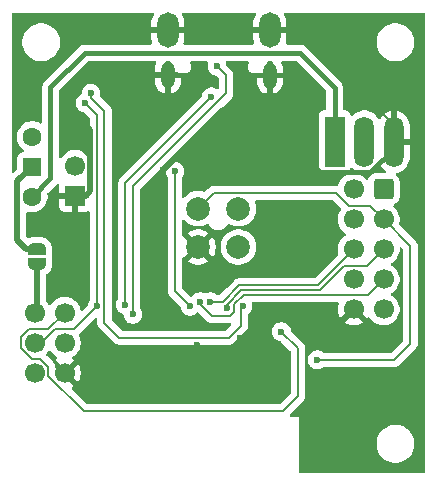
<source format=gbr>
%TF.GenerationSoftware,KiCad,Pcbnew,9.0.1*%
%TF.CreationDate,2025-05-28T08:33:00+02:00*%
%TF.ProjectId,tv25-cpu-small,74763235-2d63-4707-952d-736d616c6c2e,rev?*%
%TF.SameCoordinates,Original*%
%TF.FileFunction,Copper,L2,Bot*%
%TF.FilePolarity,Positive*%
%FSLAX46Y46*%
G04 Gerber Fmt 4.6, Leading zero omitted, Abs format (unit mm)*
G04 Created by KiCad (PCBNEW 9.0.1) date 2025-05-28 08:33:00*
%MOMM*%
%LPD*%
G01*
G04 APERTURE LIST*
G04 Aperture macros list*
%AMRoundRect*
0 Rectangle with rounded corners*
0 $1 Rounding radius*
0 $2 $3 $4 $5 $6 $7 $8 $9 X,Y pos of 4 corners*
0 Add a 4 corners polygon primitive as box body*
4,1,4,$2,$3,$4,$5,$6,$7,$8,$9,$2,$3,0*
0 Add four circle primitives for the rounded corners*
1,1,$1+$1,$2,$3*
1,1,$1+$1,$4,$5*
1,1,$1+$1,$6,$7*
1,1,$1+$1,$8,$9*
0 Add four rect primitives between the rounded corners*
20,1,$1+$1,$2,$3,$4,$5,0*
20,1,$1+$1,$4,$5,$6,$7,0*
20,1,$1+$1,$6,$7,$8,$9,0*
20,1,$1+$1,$8,$9,$2,$3,0*%
%AMFreePoly0*
4,1,23,0.500000,-0.750000,0.000000,-0.750000,0.000000,-0.745722,-0.065263,-0.745722,-0.191342,-0.711940,-0.304381,-0.646677,-0.396677,-0.554381,-0.461940,-0.441342,-0.495722,-0.315263,-0.495722,-0.250000,-0.500000,-0.250000,-0.500000,0.250000,-0.495722,0.250000,-0.495722,0.315263,-0.461940,0.441342,-0.396677,0.554381,-0.304381,0.646677,-0.191342,0.711940,-0.065263,0.745722,0.000000,0.745722,
0.000000,0.750000,0.500000,0.750000,0.500000,-0.750000,0.500000,-0.750000,$1*%
%AMFreePoly1*
4,1,23,0.000000,0.745722,0.065263,0.745722,0.191342,0.711940,0.304381,0.646677,0.396677,0.554381,0.461940,0.441342,0.495722,0.315263,0.495722,0.250000,0.500000,0.250000,0.500000,-0.250000,0.495722,-0.250000,0.495722,-0.315263,0.461940,-0.441342,0.396677,-0.554381,0.304381,-0.646677,0.191342,-0.711940,0.065263,-0.745722,0.000000,-0.745722,0.000000,-0.750000,-0.500000,-0.750000,
-0.500000,0.750000,0.000000,0.750000,0.000000,0.745722,0.000000,0.745722,$1*%
G04 Aperture macros list end*
%TA.AperFunction,ComponentPad*%
%ADD10C,2.000000*%
%TD*%
%TA.AperFunction,ComponentPad*%
%ADD11C,1.700000*%
%TD*%
%TA.AperFunction,ComponentPad*%
%ADD12O,1.200000X2.200000*%
%TD*%
%TA.AperFunction,ComponentPad*%
%ADD13O,1.800000X3.000000*%
%TD*%
%TA.AperFunction,ComponentPad*%
%ADD14R,1.700000X4.300000*%
%TD*%
%TA.AperFunction,ComponentPad*%
%ADD15O,1.660000X4.300000*%
%TD*%
%TA.AperFunction,ComponentPad*%
%ADD16O,1.620000X4.300000*%
%TD*%
%TA.AperFunction,SMDPad,CuDef*%
%ADD17FreePoly0,270.000000*%
%TD*%
%TA.AperFunction,SMDPad,CuDef*%
%ADD18FreePoly1,270.000000*%
%TD*%
%TA.AperFunction,ComponentPad*%
%ADD19R,1.700000X1.700000*%
%TD*%
%TA.AperFunction,ComponentPad*%
%ADD20R,1.500000X1.500000*%
%TD*%
%TA.AperFunction,ComponentPad*%
%ADD21C,1.600000*%
%TD*%
%TA.AperFunction,ComponentPad*%
%ADD22RoundRect,0.250000X0.600000X0.600000X-0.600000X0.600000X-0.600000X-0.600000X0.600000X-0.600000X0*%
%TD*%
%TA.AperFunction,ViaPad*%
%ADD23C,0.600000*%
%TD*%
%TA.AperFunction,Conductor*%
%ADD24C,0.200000*%
%TD*%
%TA.AperFunction,Conductor*%
%ADD25C,0.400000*%
%TD*%
%TA.AperFunction,Conductor*%
%ADD26C,0.500000*%
%TD*%
G04 APERTURE END LIST*
D10*
%TO.P,SW4,*%
%TO.N,*%
X129700000Y-149090000D03*
X129700000Y-152340000D03*
%TO.P,SW4,1,1*%
%TO.N,/strap2*%
X126300000Y-149090000D03*
%TO.P,SW4,2,2*%
%TO.N,GND*%
X126300000Y-152340000D03*
%TD*%
D11*
%TO.P,J3,1,Pin_1*%
%TO.N,+3V3*%
X112460000Y-157920000D03*
%TO.P,J3,2,Pin_2*%
%TO.N,/en*%
X115000000Y-157920000D03*
%TO.P,J3,3,Pin_3*%
%TO.N,/scl{slash}flash*%
X112460000Y-160460000D03*
%TO.P,J3,4,Pin_4*%
%TO.N,/rx*%
X115000000Y-160460000D03*
%TO.P,J3,5,Pin_5*%
%TO.N,/tx*%
X112460000Y-163000000D03*
%TO.P,J3,6,Pin_6*%
%TO.N,GND*%
X115000000Y-163000000D03*
%TD*%
D12*
%TO.P,J4,S1,SHIELD*%
%TO.N,GND*%
X132370000Y-137825000D03*
D13*
X132370000Y-134000000D03*
D12*
X123730000Y-137800000D03*
D13*
X123730000Y-134000000D03*
%TD*%
D14*
%TO.P,J11,1,Pin_1*%
%TO.N,+3V8*%
X137843000Y-143427500D03*
D15*
%TO.P,J11,2,Pin_2*%
%TO.N,/pixout*%
X140363000Y-143427500D03*
D16*
%TO.P,J11,3,Pin_3*%
%TO.N,GND*%
X142883000Y-143427500D03*
%TD*%
D17*
%TO.P,JP1,1,A*%
%TO.N,+BATT*%
X112649000Y-152512000D03*
D18*
%TO.P,JP1,2,B*%
%TO.N,+3V3*%
X112649000Y-153812000D03*
%TD*%
D19*
%TO.P,J1,1,Pin_1*%
%TO.N,GND*%
X115865000Y-148025000D03*
D11*
%TO.P,J1,2,Pin_2*%
%TO.N,+BATT*%
X115865000Y-145485000D03*
%TD*%
D20*
%TO.P,SW3,1,A*%
%TO.N,+BATT*%
X112250000Y-145540000D03*
D21*
%TO.P,SW3,2,B*%
%TO.N,+3V8*%
X112250000Y-148080000D03*
%TO.P,SW3,3,C*%
%TO.N,unconnected-(SW3-C-Pad3)*%
X112250000Y-143000000D03*
%TD*%
D22*
%TO.P,J2,1,Pin_1*%
%TO.N,+3V3*%
X142000000Y-147460000D03*
D11*
%TO.P,J2,2,Pin_2*%
%TO.N,/pixout*%
X139460000Y-147460000D03*
%TO.P,J2,3,Pin_3*%
%TO.N,/strap2*%
X142000000Y-150000000D03*
%TO.P,J2,4,Pin_4*%
%TO.N,Net-(J2-Pin_4)*%
X139460000Y-150000000D03*
%TO.P,J2,5,Pin_5*%
%TO.N,Net-(J2-Pin_5)*%
X142000000Y-152540000D03*
%TO.P,J2,6,Pin_6*%
%TO.N,Net-(J2-Pin_6)*%
X139460000Y-152540000D03*
%TO.P,J2,7,Pin_7*%
%TO.N,Net-(J2-Pin_7)*%
X142000000Y-155080000D03*
%TO.P,J2,8,Pin_8*%
%TO.N,/gpio_8*%
X139460000Y-155080000D03*
%TO.P,J2,9,Pin_9*%
%TO.N,unconnected-(J2-Pin_9-Pad9)*%
X142000000Y-157620000D03*
%TO.P,J2,10,Pin_10*%
%TO.N,GND*%
X139460000Y-157620000D03*
%TD*%
D23*
%TO.N,GND*%
X123317000Y-145796000D03*
X136144000Y-148590000D03*
X122697120Y-153177120D03*
X129800000Y-161417000D03*
X127127000Y-163703000D03*
X125222000Y-161798000D03*
X126225000Y-160655000D03*
X128200000Y-161671000D03*
X129800000Y-160020000D03*
X126225000Y-162560000D03*
X128200000Y-162687000D03*
X129800000Y-162814000D03*
X126111000Y-159004000D03*
X121666000Y-156337000D03*
%TO.N,/en*%
X133350000Y-159512000D03*
%TO.N,/pix*%
X124333000Y-145923000D03*
X125603000Y-157353000D03*
%TO.N,Net-(J2-Pin_5)*%
X128701404Y-157546316D03*
%TO.N,Net-(J2-Pin_7)*%
X126492000Y-156972000D03*
%TO.N,/strap2*%
X136398000Y-161900000D03*
%TO.N,Net-(J2-Pin_6)*%
X127336923Y-156972000D03*
%TO.N,/scl{slash}flash*%
X116713000Y-140150000D03*
X117729000Y-157353000D03*
%TO.N,/usb-*%
X120777000Y-158050000D03*
X127889000Y-137033000D03*
%TO.N,/usb+*%
X120127000Y-157226000D03*
X127414260Y-139636500D03*
%TO.N,/sda*%
X130063120Y-157368120D03*
X117221000Y-139319000D03*
%TD*%
D24*
%TO.N,/scl{slash}flash*%
X117729000Y-141166000D02*
X117729000Y-157353000D01*
X114176686Y-159309000D02*
X115773000Y-159309000D01*
X113025686Y-160460000D02*
X114176686Y-159309000D01*
X115773000Y-159309000D02*
X117729000Y-157353000D01*
X116713000Y-140150000D02*
X117729000Y-141166000D01*
X112460000Y-160460000D02*
X113025686Y-160460000D01*
D25*
%TO.N,GND*%
X132370000Y-137825000D02*
X132370000Y-140716000D01*
D26*
X128397000Y-140716000D02*
X132370000Y-140716000D01*
X123317000Y-145796000D02*
X128397000Y-140716000D01*
X115865000Y-148025000D02*
X116770000Y-148025000D01*
X116835000Y-137800000D02*
X123730000Y-137800000D01*
X116770000Y-148025000D02*
X117166000Y-147629000D01*
X117166000Y-147629000D02*
X117166000Y-142439000D01*
X117166000Y-142439000D02*
X115316000Y-140589000D01*
X115316000Y-140589000D02*
X115316000Y-139319000D01*
X115316000Y-139319000D02*
X116835000Y-137800000D01*
D24*
%TO.N,/sda*%
X117221000Y-139319000D02*
X117221000Y-139700000D01*
X119634000Y-160020000D02*
X128905000Y-160020000D01*
X117221000Y-139700000D02*
X118364000Y-140843000D01*
X118364000Y-140843000D02*
X118364000Y-158750000D01*
X118364000Y-158750000D02*
X119634000Y-160020000D01*
X129921000Y-157510240D02*
X130063120Y-157368120D01*
X128905000Y-160020000D02*
X129921000Y-159004000D01*
X129921000Y-159004000D02*
X129921000Y-157510240D01*
%TO.N,/usb+*%
X120127000Y-146923760D02*
X120127000Y-157226000D01*
X127414260Y-139636500D02*
X120127000Y-146923760D01*
%TO.N,Net-(J2-Pin_7)*%
X142000000Y-155080000D02*
X140705000Y-156375000D01*
X140705000Y-156375000D02*
X130159885Y-156375000D01*
X130159885Y-156375000D02*
X129351404Y-157183481D01*
X129351404Y-157183481D02*
X129351404Y-157815555D01*
X129351404Y-157815555D02*
X128970643Y-158196316D01*
X128970643Y-158196316D02*
X127476401Y-158196316D01*
X127476401Y-158196316D02*
X126492000Y-157211915D01*
X126492000Y-157211915D02*
X126492000Y-156972000D01*
%TO.N,Net-(J2-Pin_6)*%
X129794000Y-155575000D02*
X128397000Y-156972000D01*
%TO.N,Net-(J2-Pin_5)*%
X136590685Y-155975000D02*
X129959686Y-155975000D01*
X138636686Y-153929000D02*
X136590685Y-155975000D01*
%TO.N,Net-(J2-Pin_6)*%
X139460000Y-152540000D02*
X136425000Y-155575000D01*
X128397000Y-156972000D02*
X127336923Y-156972000D01*
%TO.N,Net-(J2-Pin_5)*%
X142000000Y-152540000D02*
X140611000Y-153929000D01*
X129959686Y-155975000D02*
X128701404Y-157233282D01*
X128701404Y-157233282D02*
X128701404Y-157546316D01*
%TO.N,Net-(J2-Pin_6)*%
X136425000Y-155575000D02*
X129794000Y-155575000D01*
%TO.N,Net-(J2-Pin_5)*%
X140611000Y-153929000D02*
X138636686Y-153929000D01*
D25*
%TO.N,GND*%
X132370000Y-140716000D02*
X132370000Y-141756500D01*
X142923000Y-143928397D02*
X142923000Y-142127500D01*
X132370000Y-141756500D02*
X136592000Y-145978500D01*
X136592000Y-145978500D02*
X140872897Y-145978500D01*
X140872897Y-145978500D02*
X142923000Y-143928397D01*
D24*
X123730000Y-134000000D02*
X132370000Y-134000000D01*
X132370000Y-134000000D02*
X134795500Y-134000000D01*
X134795500Y-134000000D02*
X142923000Y-142127500D01*
D25*
%TO.N,+3V8*%
X137843000Y-142127500D02*
X137843000Y-138859000D01*
X113792000Y-138811000D02*
X113792000Y-146538000D01*
X137843000Y-138859000D02*
X134885000Y-135901000D01*
X116702000Y-135901000D02*
X113792000Y-138811000D01*
X134885000Y-135901000D02*
X116702000Y-135901000D01*
X113792000Y-146538000D02*
X112250000Y-148080000D01*
D26*
%TO.N,+3V3*%
X112649000Y-153812000D02*
X112649000Y-157731000D01*
X112649000Y-157731000D02*
X112460000Y-157920000D01*
%TO.N,+BATT*%
X112649000Y-152512000D02*
X111745000Y-152512000D01*
X111745000Y-152512000D02*
X110999000Y-151766000D01*
X110999000Y-151766000D02*
X110999000Y-146791000D01*
X110999000Y-146791000D02*
X112250000Y-145540000D01*
D24*
%TO.N,GND*%
X124333000Y-159004000D02*
X126111000Y-159004000D01*
X121666000Y-156337000D02*
X124079000Y-158750000D01*
X124079000Y-158750000D02*
X124333000Y-159004000D01*
%TO.N,/en*%
X116615240Y-166243000D02*
X133477000Y-166243000D01*
X134747000Y-160909000D02*
X133350000Y-159512000D01*
X112221240Y-161849000D02*
X112936760Y-161849000D01*
X111983240Y-159309000D02*
X111309000Y-159983240D01*
X111309000Y-160936760D02*
X112221240Y-161849000D01*
X115000000Y-157920000D02*
X113611000Y-159309000D01*
X113611000Y-162523240D02*
X113611000Y-163238760D01*
X112936760Y-161849000D02*
X113611000Y-162523240D01*
X133477000Y-166243000D02*
X134747000Y-164973000D01*
X113611000Y-163238760D02*
X116615240Y-166243000D01*
X113611000Y-159309000D02*
X111983240Y-159309000D01*
X111309000Y-159983240D02*
X111309000Y-160936760D01*
X134747000Y-164973000D02*
X134747000Y-160909000D01*
%TO.N,/pix*%
X124333000Y-145923000D02*
X124333000Y-156083000D01*
X124333000Y-156083000D02*
X125603000Y-157353000D01*
%TO.N,/strap2*%
X126300000Y-149090000D02*
X127601000Y-147789000D01*
X142875000Y-161925000D02*
X138638328Y-161925000D01*
X138010000Y-147789000D02*
X139070000Y-148849000D01*
X144272000Y-160528000D02*
X142875000Y-161925000D01*
X127601000Y-147789000D02*
X138010000Y-147789000D01*
X138638328Y-161925000D02*
X138613328Y-161900000D01*
X139070000Y-148849000D02*
X140849000Y-148849000D01*
X138613328Y-161900000D02*
X136398000Y-161900000D01*
X144272000Y-152272000D02*
X144272000Y-160528000D01*
X142000000Y-150000000D02*
X144272000Y-152272000D01*
X140849000Y-148849000D02*
X142000000Y-150000000D01*
%TO.N,/usb-*%
X128651000Y-137795000D02*
X128651000Y-139319000D01*
X127889000Y-137033000D02*
X128651000Y-137795000D01*
X128651000Y-139319000D02*
X120777000Y-147193000D01*
X120777000Y-147193000D02*
X120777000Y-158050000D01*
%TD*%
%TA.AperFunction,Conductor*%
%TO.N,GND*%
G36*
X145442539Y-132520185D02*
G01*
X145488294Y-132572989D01*
X145499500Y-132624500D01*
X145499500Y-171375500D01*
X145479815Y-171442539D01*
X145427011Y-171488294D01*
X145375500Y-171499500D01*
X134924000Y-171499500D01*
X134856961Y-171479815D01*
X134811206Y-171427011D01*
X134800000Y-171375500D01*
X134800000Y-168874038D01*
X141399500Y-168874038D01*
X141399500Y-169125961D01*
X141438910Y-169374785D01*
X141516760Y-169614383D01*
X141631132Y-169838848D01*
X141779201Y-170042649D01*
X141779205Y-170042654D01*
X141957345Y-170220794D01*
X141957350Y-170220798D01*
X142135117Y-170349952D01*
X142161155Y-170368870D01*
X142304184Y-170441747D01*
X142385616Y-170483239D01*
X142385618Y-170483239D01*
X142385621Y-170483241D01*
X142625215Y-170561090D01*
X142874038Y-170600500D01*
X142874039Y-170600500D01*
X143125961Y-170600500D01*
X143125962Y-170600500D01*
X143374785Y-170561090D01*
X143614379Y-170483241D01*
X143838845Y-170368870D01*
X144042656Y-170220793D01*
X144220793Y-170042656D01*
X144368870Y-169838845D01*
X144483241Y-169614379D01*
X144561090Y-169374785D01*
X144600500Y-169125962D01*
X144600500Y-168874038D01*
X144561090Y-168625215D01*
X144483241Y-168385621D01*
X144483239Y-168385618D01*
X144483239Y-168385616D01*
X144441747Y-168304184D01*
X144368870Y-168161155D01*
X144349952Y-168135117D01*
X144220798Y-167957350D01*
X144220794Y-167957345D01*
X144042654Y-167779205D01*
X144042649Y-167779201D01*
X143838848Y-167631132D01*
X143838847Y-167631131D01*
X143838845Y-167631130D01*
X143768747Y-167595413D01*
X143614383Y-167516760D01*
X143374785Y-167438910D01*
X143125962Y-167399500D01*
X142874038Y-167399500D01*
X142749626Y-167419205D01*
X142625214Y-167438910D01*
X142385616Y-167516760D01*
X142161151Y-167631132D01*
X141957350Y-167779201D01*
X141957345Y-167779205D01*
X141779205Y-167957345D01*
X141779201Y-167957350D01*
X141631132Y-168161151D01*
X141516760Y-168385616D01*
X141438910Y-168625214D01*
X141399500Y-168874038D01*
X134800000Y-168874038D01*
X134800000Y-166700000D01*
X134168596Y-166700000D01*
X134101557Y-166680315D01*
X134055802Y-166627511D01*
X134045858Y-166558353D01*
X134074883Y-166494797D01*
X134080915Y-166488319D01*
X135115713Y-165453521D01*
X135115716Y-165453520D01*
X135227520Y-165341716D01*
X135277639Y-165254904D01*
X135306577Y-165204785D01*
X135347500Y-165052058D01*
X135347500Y-164893943D01*
X135347500Y-160829943D01*
X135306577Y-160677216D01*
X135273833Y-160620501D01*
X135227524Y-160540290D01*
X135227521Y-160540286D01*
X135227520Y-160540284D01*
X135115716Y-160428480D01*
X135115715Y-160428479D01*
X135111385Y-160424149D01*
X135111374Y-160424139D01*
X134184574Y-159497339D01*
X134151089Y-159436016D01*
X134150638Y-159433849D01*
X134119738Y-159278510D01*
X134119737Y-159278503D01*
X134119735Y-159278498D01*
X134059397Y-159132827D01*
X134059390Y-159132814D01*
X133971789Y-159001711D01*
X133971786Y-159001707D01*
X133860292Y-158890213D01*
X133860288Y-158890210D01*
X133729185Y-158802609D01*
X133729175Y-158802604D01*
X133729100Y-158802573D01*
X133729099Y-158802572D01*
X133729098Y-158802572D01*
X133583501Y-158742264D01*
X133583489Y-158742261D01*
X133428845Y-158711500D01*
X133428842Y-158711500D01*
X133271158Y-158711500D01*
X133271155Y-158711500D01*
X133116510Y-158742261D01*
X133116498Y-158742264D01*
X132970827Y-158802602D01*
X132970814Y-158802609D01*
X132839711Y-158890210D01*
X132839707Y-158890213D01*
X132728213Y-159001707D01*
X132728210Y-159001711D01*
X132640609Y-159132814D01*
X132640602Y-159132827D01*
X132580264Y-159278498D01*
X132580261Y-159278510D01*
X132549500Y-159433153D01*
X132549500Y-159590846D01*
X132580261Y-159745489D01*
X132580264Y-159745501D01*
X132640602Y-159891172D01*
X132640609Y-159891185D01*
X132728210Y-160022288D01*
X132728213Y-160022292D01*
X132839707Y-160133786D01*
X132839711Y-160133789D01*
X132970814Y-160221390D01*
X132970827Y-160221397D01*
X133110535Y-160279265D01*
X133116503Y-160281737D01*
X133181147Y-160294595D01*
X133271849Y-160312638D01*
X133333760Y-160345023D01*
X133335339Y-160346574D01*
X134110181Y-161121416D01*
X134143666Y-161182739D01*
X134146500Y-161209097D01*
X134146500Y-164672903D01*
X134126815Y-164739942D01*
X134110181Y-164760584D01*
X133264584Y-165606181D01*
X133203261Y-165639666D01*
X133176903Y-165642500D01*
X116915337Y-165642500D01*
X116848298Y-165622815D01*
X116827656Y-165606181D01*
X115608660Y-164387185D01*
X115575175Y-164325862D01*
X115580159Y-164256170D01*
X115622031Y-164200237D01*
X115640047Y-164189019D01*
X115707552Y-164154624D01*
X115761716Y-164115270D01*
X115761717Y-164115270D01*
X114941300Y-163294854D01*
X114960504Y-163300000D01*
X115039496Y-163300000D01*
X115115796Y-163279556D01*
X115184205Y-163240060D01*
X115240060Y-163184205D01*
X115279556Y-163115796D01*
X115300000Y-163039496D01*
X115300000Y-162999999D01*
X115353554Y-162999999D01*
X115353554Y-163000001D01*
X116115270Y-163761717D01*
X116115270Y-163761716D01*
X116154622Y-163707554D01*
X116251095Y-163518217D01*
X116316757Y-163316130D01*
X116316757Y-163316127D01*
X116350000Y-163106246D01*
X116350000Y-162893753D01*
X116316757Y-162683872D01*
X116316757Y-162683869D01*
X116251095Y-162481782D01*
X116154624Y-162292449D01*
X116115270Y-162238282D01*
X116115269Y-162238282D01*
X115353554Y-162999999D01*
X115300000Y-162999999D01*
X115300000Y-162960504D01*
X115279556Y-162884204D01*
X115240060Y-162815795D01*
X115184205Y-162759940D01*
X115115796Y-162720444D01*
X115039496Y-162700000D01*
X114960504Y-162700000D01*
X114884204Y-162720444D01*
X114815795Y-162759940D01*
X114759940Y-162815795D01*
X114720444Y-162884204D01*
X114700000Y-162960504D01*
X114700000Y-163039496D01*
X114705145Y-163058699D01*
X114247819Y-162601373D01*
X114214334Y-162540050D01*
X114211500Y-162513692D01*
X114211500Y-162444185D01*
X114211500Y-162444183D01*
X114170577Y-162291456D01*
X114139877Y-162238282D01*
X114091524Y-162154530D01*
X114091521Y-162154526D01*
X114091520Y-162154524D01*
X113979716Y-162042720D01*
X113979715Y-162042719D01*
X113975385Y-162038389D01*
X113975374Y-162038379D01*
X113471126Y-161534131D01*
X113437641Y-161472808D01*
X113442625Y-161403116D01*
X113471126Y-161358769D01*
X113490104Y-161339792D01*
X113490106Y-161339788D01*
X113490109Y-161339786D01*
X113615048Y-161167820D01*
X113615047Y-161167820D01*
X113615051Y-161167816D01*
X113619514Y-161159054D01*
X113667488Y-161108259D01*
X113735308Y-161091463D01*
X113801444Y-161113999D01*
X113840486Y-161159056D01*
X113844951Y-161167820D01*
X113969890Y-161339786D01*
X114120213Y-161490109D01*
X114292179Y-161615048D01*
X114292181Y-161615049D01*
X114292184Y-161615051D01*
X114301493Y-161619794D01*
X114352290Y-161667766D01*
X114369087Y-161735587D01*
X114346552Y-161801722D01*
X114301505Y-161840760D01*
X114292446Y-161845376D01*
X114292440Y-161845380D01*
X114238282Y-161884727D01*
X114238282Y-161884728D01*
X115000000Y-162646446D01*
X115000001Y-162646446D01*
X115761716Y-161884728D01*
X115707547Y-161845373D01*
X115707547Y-161845372D01*
X115698500Y-161840763D01*
X115647706Y-161792788D01*
X115630912Y-161724966D01*
X115653451Y-161658832D01*
X115698508Y-161619793D01*
X115707816Y-161615051D01*
X115819194Y-161534131D01*
X115879786Y-161490109D01*
X115879788Y-161490106D01*
X115879792Y-161490104D01*
X116030104Y-161339792D01*
X116030106Y-161339788D01*
X116030109Y-161339786D01*
X116155048Y-161167820D01*
X116155047Y-161167820D01*
X116155051Y-161167816D01*
X116251557Y-160978412D01*
X116317246Y-160776243D01*
X116350500Y-160566287D01*
X116350500Y-160353713D01*
X116317246Y-160143757D01*
X116251557Y-159941588D01*
X116204051Y-159848353D01*
X116199490Y-159824064D01*
X116190853Y-159800909D01*
X116193154Y-159790327D01*
X116191156Y-159779686D01*
X116200449Y-159756787D01*
X116205703Y-159732636D01*
X116215639Y-159719362D01*
X116217432Y-159714946D01*
X116226838Y-159704396D01*
X116253520Y-159677716D01*
X116253521Y-159677713D01*
X117551820Y-158379413D01*
X117613142Y-158345930D01*
X117682834Y-158350914D01*
X117738767Y-158392786D01*
X117763184Y-158458250D01*
X117763500Y-158467096D01*
X117763500Y-158663330D01*
X117763499Y-158663348D01*
X117763499Y-158829054D01*
X117763498Y-158829054D01*
X117804423Y-158981786D01*
X117818820Y-159006720D01*
X117818821Y-159006725D01*
X117818823Y-159006725D01*
X117883479Y-159118714D01*
X117883481Y-159118717D01*
X118002349Y-159237585D01*
X118002355Y-159237590D01*
X119149139Y-160384374D01*
X119149149Y-160384385D01*
X119153479Y-160388715D01*
X119153480Y-160388716D01*
X119265284Y-160500520D01*
X119265286Y-160500521D01*
X119265290Y-160500524D01*
X119332028Y-160539055D01*
X119332032Y-160539056D01*
X119332033Y-160539057D01*
X119367124Y-160559317D01*
X119402212Y-160579576D01*
X119402214Y-160579576D01*
X119402215Y-160579577D01*
X119554942Y-160620500D01*
X119554943Y-160620500D01*
X128818331Y-160620500D01*
X128818347Y-160620501D01*
X128825943Y-160620501D01*
X128984054Y-160620501D01*
X128984057Y-160620501D01*
X129136785Y-160579577D01*
X129206967Y-160539057D01*
X129206971Y-160539055D01*
X129273709Y-160500524D01*
X129273708Y-160500524D01*
X129273716Y-160500520D01*
X129385520Y-160388716D01*
X129385520Y-160388714D01*
X129395724Y-160378511D01*
X129395728Y-160378506D01*
X130279506Y-159494728D01*
X130279511Y-159494724D01*
X130289714Y-159484520D01*
X130289716Y-159484520D01*
X130401520Y-159372716D01*
X130479719Y-159237269D01*
X130479738Y-159237251D01*
X130479732Y-159237248D01*
X130480576Y-159235786D01*
X130480577Y-159235785D01*
X130521501Y-159083057D01*
X130521501Y-158924943D01*
X130521501Y-158917348D01*
X130521500Y-158917330D01*
X130521500Y-158090872D01*
X130541185Y-158023833D01*
X130569622Y-157994887D01*
X130568705Y-157993769D01*
X130573403Y-157989912D01*
X130573409Y-157989909D01*
X130684909Y-157878409D01*
X130772514Y-157747299D01*
X130777075Y-157736289D01*
X130831379Y-157605185D01*
X130832857Y-157601617D01*
X130863620Y-157446962D01*
X130863620Y-157289278D01*
X130863620Y-157289275D01*
X130863619Y-157289273D01*
X130831669Y-157128648D01*
X130833059Y-157128371D01*
X130832496Y-157065635D01*
X130869741Y-157006520D01*
X130933033Y-156976926D01*
X130951782Y-156975500D01*
X138079265Y-156975500D01*
X138146304Y-156995185D01*
X138192059Y-157047989D01*
X138202003Y-157117147D01*
X138197196Y-157137818D01*
X138143242Y-157303869D01*
X138143242Y-157303872D01*
X138110000Y-157513753D01*
X138110000Y-157726246D01*
X138143242Y-157936127D01*
X138143242Y-157936130D01*
X138208904Y-158138217D01*
X138305375Y-158327550D01*
X138344728Y-158381716D01*
X138977036Y-157749407D01*
X138994075Y-157812993D01*
X139059901Y-157927007D01*
X139152993Y-158020099D01*
X139267007Y-158085925D01*
X139330590Y-158102962D01*
X138698282Y-158735269D01*
X138698282Y-158735270D01*
X138752449Y-158774624D01*
X138941782Y-158871095D01*
X139143870Y-158936757D01*
X139353754Y-158970000D01*
X139566246Y-158970000D01*
X139776127Y-158936757D01*
X139776130Y-158936757D01*
X139978217Y-158871095D01*
X140167554Y-158774622D01*
X140221716Y-158735270D01*
X140221717Y-158735270D01*
X139589408Y-158102962D01*
X139652993Y-158085925D01*
X139767007Y-158020099D01*
X139860099Y-157927007D01*
X139925925Y-157812993D01*
X139942962Y-157749409D01*
X140575270Y-158381717D01*
X140575270Y-158381716D01*
X140614622Y-158327555D01*
X140619232Y-158318507D01*
X140667205Y-158267709D01*
X140735025Y-158250912D01*
X140801161Y-158273447D01*
X140840204Y-158318504D01*
X140844949Y-158327817D01*
X140969890Y-158499786D01*
X141120213Y-158650109D01*
X141292179Y-158775048D01*
X141292181Y-158775049D01*
X141292184Y-158775051D01*
X141481588Y-158871557D01*
X141683757Y-158937246D01*
X141893713Y-158970500D01*
X141893714Y-158970500D01*
X142106286Y-158970500D01*
X142106287Y-158970500D01*
X142316243Y-158937246D01*
X142518412Y-158871557D01*
X142707816Y-158775051D01*
X142795287Y-158711500D01*
X142879786Y-158650109D01*
X142879788Y-158650106D01*
X142879792Y-158650104D01*
X143030104Y-158499792D01*
X143030106Y-158499788D01*
X143030109Y-158499786D01*
X143139086Y-158349789D01*
X143155051Y-158327816D01*
X143251557Y-158138412D01*
X143317246Y-157936243D01*
X143350500Y-157726287D01*
X143350500Y-157513713D01*
X143317246Y-157303757D01*
X143251557Y-157101588D01*
X143155051Y-156912184D01*
X143155049Y-156912181D01*
X143155048Y-156912179D01*
X143030109Y-156740213D01*
X142879786Y-156589890D01*
X142707820Y-156464951D01*
X142707115Y-156464591D01*
X142699054Y-156460485D01*
X142648259Y-156412512D01*
X142631463Y-156344692D01*
X142653999Y-156278556D01*
X142699054Y-156239515D01*
X142707816Y-156235051D01*
X142795287Y-156171500D01*
X142879786Y-156110109D01*
X142879788Y-156110106D01*
X142879792Y-156110104D01*
X143030104Y-155959792D01*
X143030106Y-155959788D01*
X143030109Y-155959786D01*
X143155048Y-155787820D01*
X143155047Y-155787820D01*
X143155051Y-155787816D01*
X143251557Y-155598412D01*
X143317246Y-155396243D01*
X143350500Y-155186287D01*
X143350500Y-154973713D01*
X143317246Y-154763757D01*
X143251557Y-154561588D01*
X143155051Y-154372184D01*
X143155049Y-154372181D01*
X143155048Y-154372179D01*
X143030109Y-154200213D01*
X142879786Y-154049890D01*
X142707820Y-153924951D01*
X142707115Y-153924591D01*
X142699054Y-153920485D01*
X142648259Y-153872512D01*
X142631463Y-153804692D01*
X142653999Y-153738556D01*
X142699054Y-153699515D01*
X142707816Y-153695051D01*
X142729789Y-153679086D01*
X142879786Y-153570109D01*
X142879788Y-153570106D01*
X142879792Y-153570104D01*
X143030104Y-153419792D01*
X143030106Y-153419788D01*
X143030109Y-153419786D01*
X143155048Y-153247820D01*
X143155047Y-153247820D01*
X143155051Y-153247816D01*
X143251557Y-153058412D01*
X143317246Y-152856243D01*
X143350500Y-152646287D01*
X143350500Y-152499097D01*
X143356738Y-152477851D01*
X143358318Y-152455763D01*
X143366390Y-152444979D01*
X143370185Y-152432058D01*
X143386918Y-152417558D01*
X143400190Y-152399830D01*
X143412810Y-152395122D01*
X143422989Y-152386303D01*
X143444906Y-152383151D01*
X143465654Y-152375413D01*
X143478814Y-152378275D01*
X143492147Y-152376359D01*
X143512290Y-152385558D01*
X143533927Y-152390265D01*
X143551652Y-152403533D01*
X143555703Y-152405384D01*
X143562181Y-152411416D01*
X143635181Y-152484416D01*
X143668666Y-152545739D01*
X143671500Y-152572097D01*
X143671500Y-160227903D01*
X143651815Y-160294942D01*
X143635181Y-160315584D01*
X142662584Y-161288181D01*
X142601261Y-161321666D01*
X142574903Y-161324500D01*
X138802015Y-161324500D01*
X138769922Y-161320275D01*
X138736810Y-161311403D01*
X138692385Y-161299499D01*
X138534271Y-161299499D01*
X138526675Y-161299499D01*
X138526659Y-161299500D01*
X136977766Y-161299500D01*
X136910727Y-161279815D01*
X136908875Y-161278602D01*
X136777185Y-161190609D01*
X136777172Y-161190602D01*
X136631501Y-161130264D01*
X136631489Y-161130261D01*
X136476845Y-161099500D01*
X136476842Y-161099500D01*
X136319158Y-161099500D01*
X136319155Y-161099500D01*
X136164510Y-161130261D01*
X136164498Y-161130264D01*
X136018827Y-161190602D01*
X136018814Y-161190609D01*
X135887711Y-161278210D01*
X135887707Y-161278213D01*
X135776213Y-161389707D01*
X135776210Y-161389711D01*
X135688609Y-161520814D01*
X135688602Y-161520827D01*
X135628264Y-161666498D01*
X135628261Y-161666510D01*
X135597500Y-161821153D01*
X135597500Y-161978846D01*
X135628261Y-162133489D01*
X135628264Y-162133501D01*
X135688602Y-162279172D01*
X135688609Y-162279185D01*
X135776210Y-162410288D01*
X135776213Y-162410292D01*
X135887707Y-162521786D01*
X135887711Y-162521789D01*
X136018814Y-162609390D01*
X136018827Y-162609397D01*
X136108273Y-162646446D01*
X136164503Y-162669737D01*
X136316644Y-162700000D01*
X136319153Y-162700499D01*
X136319156Y-162700500D01*
X136319158Y-162700500D01*
X136476844Y-162700500D01*
X136476845Y-162700499D01*
X136631497Y-162669737D01*
X136777179Y-162609394D01*
X136902734Y-162525501D01*
X136908875Y-162521398D01*
X136975553Y-162500520D01*
X136977766Y-162500500D01*
X138449645Y-162500500D01*
X138481734Y-162504724D01*
X138487166Y-162506179D01*
X138518347Y-162514534D01*
X138559270Y-162525500D01*
X138559271Y-162525500D01*
X142788331Y-162525500D01*
X142788347Y-162525501D01*
X142795943Y-162525501D01*
X142954054Y-162525501D01*
X142954057Y-162525501D01*
X143106785Y-162484577D01*
X143156904Y-162455639D01*
X143243716Y-162405520D01*
X143355520Y-162293716D01*
X143355520Y-162293714D01*
X143365728Y-162283507D01*
X143365730Y-162283504D01*
X144630506Y-161018728D01*
X144630511Y-161018724D01*
X144640714Y-161008520D01*
X144640716Y-161008520D01*
X144752520Y-160896716D01*
X144831577Y-160759784D01*
X144872500Y-160607057D01*
X144872500Y-152192943D01*
X144871222Y-152188171D01*
X144831577Y-152040215D01*
X144799648Y-151984913D01*
X144752520Y-151903284D01*
X144640716Y-151791480D01*
X144640715Y-151791479D01*
X144636385Y-151787149D01*
X144636374Y-151787139D01*
X143333757Y-150484522D01*
X143300272Y-150423199D01*
X143303507Y-150358523D01*
X143317246Y-150316243D01*
X143350500Y-150106287D01*
X143350500Y-149893713D01*
X143317246Y-149683757D01*
X143251557Y-149481588D01*
X143155051Y-149292184D01*
X143155049Y-149292181D01*
X143155048Y-149292179D01*
X143030109Y-149120213D01*
X142879790Y-148969894D01*
X142879785Y-148969890D01*
X142874891Y-148966334D01*
X142832227Y-148911003D01*
X142826249Y-148841390D01*
X142858857Y-148779595D01*
X142908774Y-148748312D01*
X142919334Y-148744814D01*
X143068656Y-148652712D01*
X143192712Y-148528656D01*
X143284814Y-148379334D01*
X143339999Y-148212797D01*
X143350500Y-148110009D01*
X143350499Y-146809992D01*
X143339999Y-146707203D01*
X143284814Y-146540666D01*
X143192712Y-146391344D01*
X143068656Y-146267288D01*
X143065613Y-146264245D01*
X143032128Y-146202922D01*
X143037112Y-146133230D01*
X143078984Y-146077297D01*
X143133898Y-146054090D01*
X143189764Y-146045242D01*
X143385868Y-145981523D01*
X143569590Y-145887912D01*
X143736409Y-145766709D01*
X143736410Y-145766709D01*
X143882209Y-145620910D01*
X143882209Y-145620909D01*
X144003412Y-145454090D01*
X144097023Y-145270368D01*
X144160743Y-145074259D01*
X144193000Y-144870604D01*
X144193000Y-143677500D01*
X143007000Y-143677500D01*
X142939961Y-143657815D01*
X142894206Y-143605011D01*
X142883000Y-143553500D01*
X142883000Y-143427500D01*
X142757000Y-143427500D01*
X142689961Y-143407815D01*
X142644206Y-143355011D01*
X142633000Y-143303500D01*
X142633000Y-142537417D01*
X142730007Y-142593425D01*
X142857174Y-142627500D01*
X142988826Y-142627500D01*
X143115993Y-142593425D01*
X143133000Y-142583606D01*
X143133000Y-143177500D01*
X144193000Y-143177500D01*
X144193000Y-141984395D01*
X144160743Y-141780740D01*
X144097023Y-141584631D01*
X144003412Y-141400909D01*
X143882209Y-141234090D01*
X143882209Y-141234089D01*
X143736410Y-141088290D01*
X143569590Y-140967087D01*
X143385868Y-140873476D01*
X143189755Y-140809755D01*
X143133000Y-140800765D01*
X143133000Y-141671393D01*
X143115993Y-141661575D01*
X142988826Y-141627500D01*
X142857174Y-141627500D01*
X142730007Y-141661575D01*
X142633000Y-141717582D01*
X142633000Y-140800765D01*
X142576244Y-140809755D01*
X142576243Y-140809755D01*
X142380131Y-140873476D01*
X142196409Y-140967087D01*
X142029590Y-141088290D01*
X142029589Y-141088290D01*
X141883790Y-141234089D01*
X141883790Y-141234090D01*
X141762585Y-141400912D01*
X141739892Y-141445449D01*
X141691917Y-141496245D01*
X141624096Y-141513039D01*
X141557961Y-141490501D01*
X141518923Y-141445448D01*
X141500945Y-141410165D01*
X141377848Y-141240738D01*
X141229762Y-141092652D01*
X141060334Y-140969554D01*
X141023209Y-140950638D01*
X140873732Y-140874475D01*
X140674560Y-140809761D01*
X140467718Y-140777000D01*
X140467713Y-140777000D01*
X140258287Y-140777000D01*
X140258282Y-140777000D01*
X140051439Y-140809761D01*
X139852267Y-140874475D01*
X139665665Y-140969554D01*
X139496239Y-141092651D01*
X139386491Y-141202399D01*
X139325168Y-141235883D01*
X139255476Y-141230899D01*
X139199543Y-141189027D01*
X139182628Y-141158050D01*
X139136797Y-141035171D01*
X139136793Y-141035164D01*
X139050547Y-140919955D01*
X139050544Y-140919952D01*
X138935335Y-140833706D01*
X138935328Y-140833702D01*
X138800482Y-140783408D01*
X138800483Y-140783408D01*
X138740883Y-140777001D01*
X138740881Y-140777000D01*
X138740873Y-140777000D01*
X138740865Y-140777000D01*
X138667500Y-140777000D01*
X138600461Y-140757315D01*
X138554706Y-140704511D01*
X138543500Y-140653000D01*
X138543500Y-138790006D01*
X138537416Y-138759424D01*
X138537416Y-138759421D01*
X138516581Y-138654679D01*
X138516580Y-138654672D01*
X138516578Y-138654667D01*
X138463777Y-138527192D01*
X138387112Y-138412454D01*
X135331545Y-135356887D01*
X135216807Y-135280222D01*
X135089332Y-135227421D01*
X135089322Y-135227418D01*
X134953996Y-135200500D01*
X134953994Y-135200500D01*
X134953993Y-135200500D01*
X133817604Y-135200500D01*
X133794342Y-135193669D01*
X133770233Y-135191095D01*
X133761417Y-135184001D01*
X133750565Y-135180815D01*
X133734691Y-135162495D01*
X133715798Y-135147293D01*
X133712216Y-135136559D01*
X133704810Y-135128011D01*
X133701359Y-135104015D01*
X133693686Y-135081014D01*
X133695838Y-135065615D01*
X133694866Y-135058853D01*
X133697434Y-135045920D01*
X133741173Y-134874038D01*
X141399500Y-134874038D01*
X141399500Y-135125962D01*
X141415570Y-135227421D01*
X141438910Y-135374785D01*
X141516760Y-135614383D01*
X141631132Y-135838848D01*
X141779201Y-136042649D01*
X141779205Y-136042654D01*
X141957345Y-136220794D01*
X141957350Y-136220798D01*
X142135117Y-136349952D01*
X142161155Y-136368870D01*
X142304184Y-136441747D01*
X142385616Y-136483239D01*
X142385618Y-136483239D01*
X142385621Y-136483241D01*
X142625215Y-136561090D01*
X142874038Y-136600500D01*
X142874039Y-136600500D01*
X143125961Y-136600500D01*
X143125962Y-136600500D01*
X143374785Y-136561090D01*
X143614379Y-136483241D01*
X143838845Y-136368870D01*
X144042656Y-136220793D01*
X144220793Y-136042656D01*
X144368870Y-135838845D01*
X144483241Y-135614379D01*
X144561090Y-135374785D01*
X144600500Y-135125962D01*
X144600500Y-134874038D01*
X144561090Y-134625215D01*
X144483241Y-134385621D01*
X144483239Y-134385618D01*
X144483239Y-134385616D01*
X144441747Y-134304184D01*
X144368870Y-134161155D01*
X144349952Y-134135117D01*
X144220798Y-133957350D01*
X144220794Y-133957345D01*
X144042654Y-133779205D01*
X144042649Y-133779201D01*
X143838848Y-133631132D01*
X143838847Y-133631131D01*
X143838845Y-133631130D01*
X143768747Y-133595413D01*
X143614383Y-133516760D01*
X143374785Y-133438910D01*
X143125962Y-133399500D01*
X142874038Y-133399500D01*
X142749626Y-133419205D01*
X142625214Y-133438910D01*
X142385616Y-133516760D01*
X142161151Y-133631132D01*
X141957350Y-133779201D01*
X141957345Y-133779205D01*
X141779205Y-133957345D01*
X141779201Y-133957350D01*
X141631132Y-134161151D01*
X141516760Y-134385616D01*
X141438910Y-134625214D01*
X141416644Y-134765796D01*
X141399500Y-134874038D01*
X133741173Y-134874038D01*
X133748786Y-134844122D01*
X133770000Y-134710181D01*
X133770000Y-134250000D01*
X132670000Y-134250000D01*
X132670000Y-133750000D01*
X133770000Y-133750000D01*
X133770000Y-133289818D01*
X133735526Y-133072164D01*
X133667432Y-132862589D01*
X133574803Y-132680795D01*
X133561907Y-132612126D01*
X133588183Y-132547385D01*
X133645290Y-132507128D01*
X133685288Y-132500500D01*
X145375500Y-132500500D01*
X145442539Y-132520185D01*
G37*
%TD.AperFunction*%
%TA.AperFunction,Conductor*%
G36*
X122716034Y-136621185D02*
G01*
X122761789Y-136673989D01*
X122771733Y-136743147D01*
X122759480Y-136781795D01*
X122710591Y-136877742D01*
X122657085Y-137042415D01*
X122630000Y-137213428D01*
X122630000Y-137550000D01*
X123430000Y-137550000D01*
X123430000Y-138050000D01*
X122630000Y-138050000D01*
X122630000Y-138386571D01*
X122657085Y-138557584D01*
X122710591Y-138722257D01*
X122789195Y-138876524D01*
X122890967Y-139016602D01*
X123013397Y-139139032D01*
X123153475Y-139240804D01*
X123307744Y-139319408D01*
X123472415Y-139372914D01*
X123472414Y-139372914D01*
X123479999Y-139374115D01*
X123480000Y-139374114D01*
X123480000Y-138466988D01*
X123489940Y-138484205D01*
X123545795Y-138540060D01*
X123614204Y-138579556D01*
X123690504Y-138600000D01*
X123769496Y-138600000D01*
X123845796Y-138579556D01*
X123914205Y-138540060D01*
X123970060Y-138484205D01*
X123980000Y-138466988D01*
X123980000Y-139374115D01*
X123987584Y-139372914D01*
X124152255Y-139319408D01*
X124306524Y-139240804D01*
X124446602Y-139139032D01*
X124569032Y-139016602D01*
X124670804Y-138876524D01*
X124749408Y-138722257D01*
X124802914Y-138557584D01*
X124830000Y-138386571D01*
X124830000Y-138050000D01*
X124030000Y-138050000D01*
X124030000Y-137550000D01*
X124570198Y-137550000D01*
X124632197Y-137566612D01*
X124712515Y-137612984D01*
X124852525Y-137650500D01*
X124852528Y-137650500D01*
X125247472Y-137650500D01*
X125247475Y-137650500D01*
X125387485Y-137612984D01*
X125513015Y-137540509D01*
X125615509Y-137438015D01*
X125687984Y-137312485D01*
X125725500Y-137172475D01*
X125725500Y-137027525D01*
X125687984Y-136887515D01*
X125630239Y-136787498D01*
X125613767Y-136719601D01*
X125636619Y-136653574D01*
X125691540Y-136610383D01*
X125737627Y-136601500D01*
X127015699Y-136601500D01*
X127082738Y-136621185D01*
X127128493Y-136673989D01*
X127138437Y-136743147D01*
X127130261Y-136772951D01*
X127119263Y-136799503D01*
X127119261Y-136799510D01*
X127088500Y-136954153D01*
X127088500Y-137111846D01*
X127119261Y-137266489D01*
X127119264Y-137266501D01*
X127179602Y-137412172D01*
X127179609Y-137412185D01*
X127267210Y-137543288D01*
X127267213Y-137543292D01*
X127378707Y-137654786D01*
X127378711Y-137654789D01*
X127509814Y-137742390D01*
X127509827Y-137742397D01*
X127655498Y-137802735D01*
X127655503Y-137802737D01*
X127720147Y-137815595D01*
X127810849Y-137833638D01*
X127827605Y-137842402D01*
X127846085Y-137846423D01*
X127871123Y-137865167D01*
X127872760Y-137866023D01*
X127874339Y-137867574D01*
X128014181Y-138007416D01*
X128047666Y-138068739D01*
X128050500Y-138095097D01*
X128050500Y-138866880D01*
X128030815Y-138933919D01*
X127978011Y-138979674D01*
X127908853Y-138989618D01*
X127857610Y-138969982D01*
X127793450Y-138927112D01*
X127793432Y-138927102D01*
X127647761Y-138866764D01*
X127647749Y-138866761D01*
X127493105Y-138836000D01*
X127493102Y-138836000D01*
X127335418Y-138836000D01*
X127335415Y-138836000D01*
X127180770Y-138866761D01*
X127180758Y-138866764D01*
X127035087Y-138927102D01*
X127035074Y-138927109D01*
X126903971Y-139014710D01*
X126903967Y-139014713D01*
X126792473Y-139126207D01*
X126792470Y-139126211D01*
X126704869Y-139257314D01*
X126704862Y-139257327D01*
X126644524Y-139402998D01*
X126644521Y-139403008D01*
X126613621Y-139558350D01*
X126581236Y-139620261D01*
X126579685Y-139621839D01*
X119646481Y-146555042D01*
X119646479Y-146555045D01*
X119616489Y-146606991D01*
X119616488Y-146606993D01*
X119567423Y-146691974D01*
X119556793Y-146731646D01*
X119526499Y-146844703D01*
X119526499Y-146844705D01*
X119526499Y-147012806D01*
X119526500Y-147012819D01*
X119526500Y-156646234D01*
X119506815Y-156713273D01*
X119505602Y-156715125D01*
X119417609Y-156846814D01*
X119417602Y-156846827D01*
X119357264Y-156992498D01*
X119357261Y-156992510D01*
X119326500Y-157147153D01*
X119326500Y-157304846D01*
X119357261Y-157459489D01*
X119357264Y-157459501D01*
X119417602Y-157605172D01*
X119417609Y-157605185D01*
X119505210Y-157736288D01*
X119505213Y-157736292D01*
X119616707Y-157847786D01*
X119616711Y-157847789D01*
X119747814Y-157935390D01*
X119747827Y-157935397D01*
X119899131Y-157998068D01*
X119898114Y-158000522D01*
X119946930Y-158032510D01*
X119975390Y-158096321D01*
X119976500Y-158112878D01*
X119976500Y-158128846D01*
X120007261Y-158283489D01*
X120007264Y-158283501D01*
X120067602Y-158429172D01*
X120067609Y-158429185D01*
X120155210Y-158560288D01*
X120155213Y-158560292D01*
X120266707Y-158671786D01*
X120266711Y-158671789D01*
X120397814Y-158759390D01*
X120397827Y-158759397D01*
X120502152Y-158802609D01*
X120543503Y-158819737D01*
X120698153Y-158850499D01*
X120698156Y-158850500D01*
X120698158Y-158850500D01*
X120855844Y-158850500D01*
X120855845Y-158850499D01*
X121010497Y-158819737D01*
X121156179Y-158759394D01*
X121287289Y-158671789D01*
X121398789Y-158560289D01*
X121486394Y-158429179D01*
X121546737Y-158283497D01*
X121577500Y-158128842D01*
X121577500Y-157971158D01*
X121577500Y-157971155D01*
X121577499Y-157971153D01*
X121559818Y-157882264D01*
X121546737Y-157816503D01*
X121545283Y-157812993D01*
X121486397Y-157670827D01*
X121486390Y-157670814D01*
X121398398Y-157539125D01*
X121377520Y-157472447D01*
X121377500Y-157470234D01*
X121377500Y-147493097D01*
X121397185Y-147426058D01*
X121413819Y-147405416D01*
X122389345Y-146429890D01*
X123434507Y-145384727D01*
X123495828Y-145351244D01*
X123565520Y-145356228D01*
X123621453Y-145398100D01*
X123645870Y-145463564D01*
X123631018Y-145531837D01*
X123625295Y-145541290D01*
X123623613Y-145543806D01*
X123623602Y-145543827D01*
X123563264Y-145689498D01*
X123563261Y-145689510D01*
X123532500Y-145844153D01*
X123532500Y-146001846D01*
X123563261Y-146156489D01*
X123563264Y-146156501D01*
X123623602Y-146302172D01*
X123623609Y-146302185D01*
X123711602Y-146433874D01*
X123732480Y-146500551D01*
X123732500Y-146502765D01*
X123732500Y-155996330D01*
X123732499Y-155996348D01*
X123732499Y-156162054D01*
X123732498Y-156162054D01*
X123773423Y-156314785D01*
X123802358Y-156364900D01*
X123802359Y-156364904D01*
X123802360Y-156364904D01*
X123852479Y-156451714D01*
X123852481Y-156451717D01*
X123971349Y-156570585D01*
X123971355Y-156570590D01*
X124768425Y-157367660D01*
X124801910Y-157428983D01*
X124802361Y-157431149D01*
X124833261Y-157586491D01*
X124833264Y-157586501D01*
X124893602Y-157732172D01*
X124893609Y-157732185D01*
X124981210Y-157863288D01*
X124981213Y-157863292D01*
X125092707Y-157974786D01*
X125092711Y-157974789D01*
X125223814Y-158062390D01*
X125223827Y-158062397D01*
X125345701Y-158112878D01*
X125369503Y-158122737D01*
X125524153Y-158153499D01*
X125524156Y-158153500D01*
X125524158Y-158153500D01*
X125681844Y-158153500D01*
X125681845Y-158153499D01*
X125836497Y-158122737D01*
X125982179Y-158062394D01*
X126113289Y-157974789D01*
X126171784Y-157916293D01*
X126233105Y-157882810D01*
X126302797Y-157887794D01*
X126347145Y-157916295D01*
X126991540Y-158560690D01*
X126991550Y-158560701D01*
X126995880Y-158565031D01*
X126995881Y-158565032D01*
X127107685Y-158676836D01*
X127183314Y-158720500D01*
X127244616Y-158755893D01*
X127397343Y-158796816D01*
X127397344Y-158796816D01*
X128883975Y-158796816D01*
X128891582Y-158796816D01*
X128891586Y-158796817D01*
X128979587Y-158796817D01*
X129046627Y-158816502D01*
X129092381Y-158869307D01*
X129099787Y-158920817D01*
X129101255Y-158931033D01*
X129102324Y-158938465D01*
X129089068Y-158967490D01*
X129073299Y-159002020D01*
X129067267Y-159008498D01*
X128692584Y-159383181D01*
X128631261Y-159416666D01*
X128604903Y-159419500D01*
X119934097Y-159419500D01*
X119867058Y-159399815D01*
X119846416Y-159383181D01*
X119000819Y-158537584D01*
X118967334Y-158476261D01*
X118964500Y-158449903D01*
X118964500Y-140763945D01*
X118964500Y-140763943D01*
X118923577Y-140611216D01*
X118923577Y-140611215D01*
X118876213Y-140529179D01*
X118844520Y-140474284D01*
X118732716Y-140362480D01*
X118732715Y-140362479D01*
X118728385Y-140358149D01*
X118728374Y-140358139D01*
X118026321Y-139656086D01*
X117992836Y-139594763D01*
X117992385Y-139544213D01*
X118021500Y-139397844D01*
X118021500Y-139240155D01*
X118021499Y-139240153D01*
X118004067Y-139152518D01*
X117990737Y-139085503D01*
X117972553Y-139041602D01*
X117930397Y-138939827D01*
X117930390Y-138939814D01*
X117842789Y-138808711D01*
X117842786Y-138808707D01*
X117731291Y-138697212D01*
X117731287Y-138697209D01*
X117600185Y-138609609D01*
X117600172Y-138609602D01*
X117454501Y-138549264D01*
X117454489Y-138549261D01*
X117299845Y-138518500D01*
X117299842Y-138518500D01*
X117142158Y-138518500D01*
X117142155Y-138518500D01*
X116987510Y-138549261D01*
X116987498Y-138549264D01*
X116841827Y-138609602D01*
X116841814Y-138609609D01*
X116710713Y-138697209D01*
X116710709Y-138697212D01*
X116599213Y-138808707D01*
X116599210Y-138808711D01*
X116511609Y-138939814D01*
X116511602Y-138939827D01*
X116451264Y-139085498D01*
X116451261Y-139085510D01*
X116420500Y-139240153D01*
X116420500Y-139321847D01*
X116400815Y-139388886D01*
X116348011Y-139434641D01*
X116343959Y-139436406D01*
X116333822Y-139440605D01*
X116333814Y-139440609D01*
X116202711Y-139528210D01*
X116202707Y-139528213D01*
X116091213Y-139639707D01*
X116091210Y-139639711D01*
X116003609Y-139770814D01*
X116003602Y-139770827D01*
X115943264Y-139916498D01*
X115943261Y-139916510D01*
X115912500Y-140071153D01*
X115912500Y-140228846D01*
X115943261Y-140383489D01*
X115943264Y-140383501D01*
X116003602Y-140529172D01*
X116003609Y-140529185D01*
X116091210Y-140660288D01*
X116091213Y-140660292D01*
X116202707Y-140771786D01*
X116202711Y-140771789D01*
X116333814Y-140859390D01*
X116333827Y-140859397D01*
X116479498Y-140919735D01*
X116479503Y-140919737D01*
X116544147Y-140932595D01*
X116634849Y-140950638D01*
X116696760Y-140983023D01*
X116698339Y-140984574D01*
X117092181Y-141378416D01*
X117125666Y-141439739D01*
X117128500Y-141466097D01*
X117128500Y-144544816D01*
X117108815Y-144611855D01*
X117056011Y-144657610D01*
X116986853Y-144667554D01*
X116923297Y-144638529D01*
X116904183Y-144617702D01*
X116895111Y-144605216D01*
X116895105Y-144605209D01*
X116744786Y-144454890D01*
X116572820Y-144329951D01*
X116383414Y-144233444D01*
X116383413Y-144233443D01*
X116383412Y-144233443D01*
X116181243Y-144167754D01*
X116181241Y-144167753D01*
X116181240Y-144167753D01*
X116019957Y-144142208D01*
X115971287Y-144134500D01*
X115758713Y-144134500D01*
X115710042Y-144142208D01*
X115548760Y-144167753D01*
X115346585Y-144233444D01*
X115157179Y-144329951D01*
X114985213Y-144454890D01*
X114834894Y-144605209D01*
X114834890Y-144605214D01*
X114716818Y-144767728D01*
X114661488Y-144810394D01*
X114591875Y-144816373D01*
X114530080Y-144783768D01*
X114495723Y-144722929D01*
X114492500Y-144694843D01*
X114492500Y-139152518D01*
X114512185Y-139085479D01*
X114528819Y-139064837D01*
X116955837Y-136637819D01*
X117017160Y-136604334D01*
X117043518Y-136601500D01*
X122648995Y-136601500D01*
X122716034Y-136621185D01*
G37*
%TD.AperFunction*%
%TA.AperFunction,Conductor*%
G36*
X114436201Y-146986968D02*
G01*
X114492134Y-147028840D01*
X114516551Y-147094304D01*
X114516157Y-147116400D01*
X114515000Y-147127159D01*
X114515000Y-147775000D01*
X115431988Y-147775000D01*
X115399075Y-147832007D01*
X115365000Y-147959174D01*
X115365000Y-148090826D01*
X115399075Y-148217993D01*
X115431988Y-148275000D01*
X114515000Y-148275000D01*
X114515000Y-148922844D01*
X114521401Y-148982372D01*
X114521403Y-148982379D01*
X114571645Y-149117086D01*
X114571649Y-149117093D01*
X114657809Y-149232187D01*
X114657812Y-149232190D01*
X114772906Y-149318350D01*
X114772913Y-149318354D01*
X114907620Y-149368596D01*
X114907627Y-149368598D01*
X114967155Y-149374999D01*
X114967172Y-149375000D01*
X115615000Y-149375000D01*
X115615000Y-148458012D01*
X115672007Y-148490925D01*
X115799174Y-148525000D01*
X115930826Y-148525000D01*
X116057993Y-148490925D01*
X116115000Y-148458012D01*
X116115000Y-149375000D01*
X116762828Y-149375000D01*
X116762844Y-149374999D01*
X116822372Y-149368598D01*
X116822379Y-149368596D01*
X116961167Y-149316832D01*
X117030858Y-149311848D01*
X117092181Y-149345333D01*
X117125666Y-149406656D01*
X117128500Y-149433014D01*
X117128500Y-156773234D01*
X117108815Y-156840273D01*
X117107602Y-156842125D01*
X117019609Y-156973814D01*
X117019602Y-156973827D01*
X116959264Y-157119498D01*
X116959261Y-157119508D01*
X116928362Y-157274848D01*
X116895977Y-157336759D01*
X116894426Y-157338337D01*
X116531956Y-157700807D01*
X116470633Y-157734292D01*
X116400941Y-157729308D01*
X116345008Y-157687436D01*
X116321802Y-157632525D01*
X116317246Y-157603757D01*
X116251557Y-157401588D01*
X116155051Y-157212184D01*
X116155049Y-157212181D01*
X116155048Y-157212179D01*
X116030109Y-157040213D01*
X115879786Y-156889890D01*
X115707820Y-156764951D01*
X115518414Y-156668444D01*
X115518413Y-156668443D01*
X115518412Y-156668443D01*
X115316243Y-156602754D01*
X115316241Y-156602753D01*
X115316240Y-156602753D01*
X115140520Y-156574922D01*
X115106287Y-156569500D01*
X114893713Y-156569500D01*
X114859480Y-156574922D01*
X114683760Y-156602753D01*
X114481585Y-156668444D01*
X114292179Y-156764951D01*
X114120213Y-156889890D01*
X113969890Y-157040213D01*
X113844949Y-157212182D01*
X113840484Y-157220946D01*
X113792509Y-157271742D01*
X113724688Y-157288536D01*
X113658553Y-157265998D01*
X113619516Y-157220946D01*
X113615050Y-157212182D01*
X113490109Y-157040213D01*
X113435819Y-156985923D01*
X113402334Y-156924600D01*
X113399500Y-156898242D01*
X113399500Y-154755678D01*
X113419185Y-154688639D01*
X113456201Y-154653352D01*
X113455384Y-154652128D01*
X113458742Y-154649883D01*
X113458757Y-154649875D01*
X113563449Y-154569541D01*
X113656541Y-154476449D01*
X113736875Y-154371757D01*
X113802701Y-154257743D01*
X113853200Y-154135829D01*
X113887275Y-154008662D01*
X113904500Y-153877826D01*
X113904500Y-153312000D01*
X113899355Y-153240060D01*
X113888396Y-153202740D01*
X113884636Y-153150158D01*
X113888086Y-153126163D01*
X113904500Y-153012000D01*
X113904500Y-152446174D01*
X113887275Y-152315338D01*
X113853200Y-152188171D01*
X113802701Y-152066257D01*
X113802698Y-152066252D01*
X113802697Y-152066249D01*
X113802696Y-152066248D01*
X113736879Y-151952250D01*
X113736875Y-151952243D01*
X113690450Y-151891742D01*
X113656544Y-151847555D01*
X113656541Y-151847551D01*
X113563449Y-151754459D01*
X113563444Y-151754455D01*
X113458767Y-151674132D01*
X113458749Y-151674120D01*
X113344751Y-151608303D01*
X113344750Y-151608302D01*
X113317957Y-151597204D01*
X113222829Y-151557800D01*
X113095662Y-151523725D01*
X113095661Y-151523724D01*
X113095658Y-151523724D01*
X112964833Y-151506500D01*
X112964826Y-151506500D01*
X112333174Y-151506500D01*
X112333166Y-151506500D01*
X112202341Y-151523724D01*
X112075174Y-151557799D01*
X112075172Y-151557799D01*
X112075171Y-151557800D01*
X112058926Y-151564529D01*
X111994029Y-151591410D01*
X111974150Y-151593546D01*
X111955422Y-151600532D01*
X111940126Y-151597204D01*
X111924559Y-151598878D01*
X111906682Y-151589929D01*
X111887149Y-151585680D01*
X111864856Y-151568992D01*
X111862080Y-151567602D01*
X111858933Y-151564566D01*
X111785817Y-151491449D01*
X111752334Y-151430127D01*
X111749500Y-151403770D01*
X111749500Y-149455475D01*
X111769185Y-149388436D01*
X111821989Y-149342681D01*
X111891147Y-149332737D01*
X111911820Y-149337545D01*
X111945458Y-149348475D01*
X111945461Y-149348475D01*
X111945466Y-149348477D01*
X112147648Y-149380500D01*
X112147649Y-149380500D01*
X112352351Y-149380500D01*
X112352352Y-149380500D01*
X112554534Y-149348477D01*
X112749219Y-149285220D01*
X112931610Y-149192287D01*
X113048257Y-149107539D01*
X113097213Y-149071971D01*
X113097215Y-149071968D01*
X113097219Y-149071966D01*
X113241966Y-148927219D01*
X113241968Y-148927215D01*
X113241971Y-148927213D01*
X113349220Y-148779595D01*
X113362287Y-148761610D01*
X113455220Y-148579219D01*
X113518477Y-148384534D01*
X113550500Y-148182352D01*
X113550500Y-147977648D01*
X113532012Y-147860926D01*
X113540966Y-147791637D01*
X113566801Y-147753853D01*
X114305188Y-147015467D01*
X114366509Y-146981984D01*
X114436201Y-146986968D01*
G37*
%TD.AperFunction*%
%TA.AperFunction,Conductor*%
G36*
X137776942Y-148409185D02*
G01*
X137797584Y-148425819D01*
X138381131Y-149009366D01*
X138414616Y-149070689D01*
X138409632Y-149140381D01*
X138393769Y-149169932D01*
X138304948Y-149292184D01*
X138208444Y-149481585D01*
X138142753Y-149683760D01*
X138109500Y-149893713D01*
X138109500Y-150106286D01*
X138142753Y-150316239D01*
X138142753Y-150316241D01*
X138142754Y-150316243D01*
X138197431Y-150484522D01*
X138208444Y-150518414D01*
X138304951Y-150707820D01*
X138429890Y-150879786D01*
X138580213Y-151030109D01*
X138752182Y-151155050D01*
X138760946Y-151159516D01*
X138811742Y-151207491D01*
X138828536Y-151275312D01*
X138805998Y-151341447D01*
X138760946Y-151380484D01*
X138752182Y-151384949D01*
X138580213Y-151509890D01*
X138429890Y-151660213D01*
X138304951Y-151832179D01*
X138208444Y-152021585D01*
X138142753Y-152223760D01*
X138109500Y-152433713D01*
X138109500Y-152646286D01*
X138142754Y-152856244D01*
X138142754Y-152856247D01*
X138156491Y-152898523D01*
X138158486Y-152968364D01*
X138126241Y-153024522D01*
X136212584Y-154938181D01*
X136151261Y-154971666D01*
X136124903Y-154974500D01*
X129714940Y-154974500D01*
X129674019Y-154985464D01*
X129674019Y-154985465D01*
X129636751Y-154995451D01*
X129562214Y-155015423D01*
X129562209Y-155015426D01*
X129425290Y-155094475D01*
X129425282Y-155094481D01*
X129333478Y-155186286D01*
X129313480Y-155206284D01*
X129313478Y-155206286D01*
X128731945Y-155787820D01*
X128184584Y-156335181D01*
X128157656Y-156349884D01*
X128131838Y-156366477D01*
X128125637Y-156367368D01*
X128123261Y-156368666D01*
X128096903Y-156371500D01*
X127916689Y-156371500D01*
X127849650Y-156351815D01*
X127847798Y-156350602D01*
X127716108Y-156262609D01*
X127716095Y-156262602D01*
X127570424Y-156202264D01*
X127570412Y-156202261D01*
X127415768Y-156171500D01*
X127415765Y-156171500D01*
X127258081Y-156171500D01*
X127258078Y-156171500D01*
X127103433Y-156202261D01*
X127103421Y-156202264D01*
X126961913Y-156260878D01*
X126892443Y-156268347D01*
X126867009Y-156260878D01*
X126725501Y-156202264D01*
X126725489Y-156202261D01*
X126570845Y-156171500D01*
X126570842Y-156171500D01*
X126413158Y-156171500D01*
X126413155Y-156171500D01*
X126258510Y-156202261D01*
X126258498Y-156202264D01*
X126112827Y-156262602D01*
X126112814Y-156262609D01*
X125981711Y-156350210D01*
X125981707Y-156350213D01*
X125870213Y-156461707D01*
X125870208Y-156461713D01*
X125840595Y-156506032D01*
X125825255Y-156518851D01*
X125813563Y-156535066D01*
X125798994Y-156540797D01*
X125786982Y-156550837D01*
X125767147Y-156553327D01*
X125748545Y-156560647D01*
X125720739Y-156559155D01*
X125717657Y-156559543D01*
X125713301Y-156558757D01*
X125681148Y-156552361D01*
X125619238Y-156519975D01*
X125617660Y-156518425D01*
X124969819Y-155870584D01*
X124936334Y-155809261D01*
X124933500Y-155782903D01*
X124933500Y-153331927D01*
X124953185Y-153264888D01*
X125005989Y-153219133D01*
X125067229Y-153208309D01*
X125077341Y-153209104D01*
X125776212Y-152510233D01*
X125787482Y-152552292D01*
X125859890Y-152677708D01*
X125962292Y-152780110D01*
X126087708Y-152852518D01*
X126129765Y-152863787D01*
X125430893Y-153562658D01*
X125513828Y-153622914D01*
X125724197Y-153730102D01*
X125948752Y-153803065D01*
X125948751Y-153803065D01*
X126181948Y-153840000D01*
X126418052Y-153840000D01*
X126651247Y-153803065D01*
X126875802Y-153730102D01*
X127086163Y-153622918D01*
X127086169Y-153622914D01*
X127169104Y-153562658D01*
X127169105Y-153562658D01*
X126470233Y-152863787D01*
X126512292Y-152852518D01*
X126637708Y-152780110D01*
X126740110Y-152677708D01*
X126812518Y-152552292D01*
X126823787Y-152510234D01*
X127522658Y-153209105D01*
X127522658Y-153209104D01*
X127582914Y-153126169D01*
X127582918Y-153126163D01*
X127690102Y-152915802D01*
X127763065Y-152691247D01*
X127800000Y-152458052D01*
X127800000Y-152221947D01*
X127799993Y-152221902D01*
X128199500Y-152221902D01*
X128199500Y-152458097D01*
X128236446Y-152691368D01*
X128309433Y-152915996D01*
X128400616Y-153094951D01*
X128416657Y-153126433D01*
X128555483Y-153317510D01*
X128722490Y-153484517D01*
X128913567Y-153623343D01*
X129012991Y-153674002D01*
X129124003Y-153730566D01*
X129124005Y-153730566D01*
X129124008Y-153730568D01*
X129244412Y-153769689D01*
X129348631Y-153803553D01*
X129581903Y-153840500D01*
X129581908Y-153840500D01*
X129818097Y-153840500D01*
X130051368Y-153803553D01*
X130052870Y-153803065D01*
X130275992Y-153730568D01*
X130486433Y-153623343D01*
X130677510Y-153484517D01*
X130844517Y-153317510D01*
X130983343Y-153126433D01*
X131090568Y-152915992D01*
X131163553Y-152691368D01*
X131184171Y-152561190D01*
X131200500Y-152458097D01*
X131200500Y-152221902D01*
X131163553Y-151988631D01*
X131099494Y-151791480D01*
X131090568Y-151764008D01*
X131090566Y-151764005D01*
X131090566Y-151764003D01*
X130988928Y-151564529D01*
X130983343Y-151553567D01*
X130844517Y-151362490D01*
X130677510Y-151195483D01*
X130486433Y-151056657D01*
X130434320Y-151030104D01*
X130275996Y-150949433D01*
X130051368Y-150876446D01*
X129818097Y-150839500D01*
X129818092Y-150839500D01*
X129581908Y-150839500D01*
X129581903Y-150839500D01*
X129348631Y-150876446D01*
X129124003Y-150949433D01*
X128913566Y-151056657D01*
X128830047Y-151117338D01*
X128722490Y-151195483D01*
X128722488Y-151195485D01*
X128722487Y-151195485D01*
X128555485Y-151362487D01*
X128555485Y-151362488D01*
X128555483Y-151362490D01*
X128506342Y-151430127D01*
X128416657Y-151553566D01*
X128309433Y-151764003D01*
X128236446Y-151988631D01*
X128199500Y-152221902D01*
X127799993Y-152221902D01*
X127763065Y-151988752D01*
X127690102Y-151764197D01*
X127582914Y-151553828D01*
X127522658Y-151470894D01*
X127522658Y-151470893D01*
X126823787Y-152169765D01*
X126812518Y-152127708D01*
X126740110Y-152002292D01*
X126637708Y-151899890D01*
X126512292Y-151827482D01*
X126470234Y-151816212D01*
X127169105Y-151117340D01*
X127169104Y-151117338D01*
X127086174Y-151057087D01*
X126875802Y-150949897D01*
X126651247Y-150876934D01*
X126651248Y-150876934D01*
X126418052Y-150840000D01*
X126181948Y-150840000D01*
X125948752Y-150876934D01*
X125724197Y-150949897D01*
X125513830Y-151057084D01*
X125430894Y-151117340D01*
X126129766Y-151816212D01*
X126087708Y-151827482D01*
X125962292Y-151899890D01*
X125859890Y-152002292D01*
X125787482Y-152127708D01*
X125776212Y-152169766D01*
X125077340Y-151470894D01*
X125067229Y-151471690D01*
X125053618Y-151468830D01*
X125039853Y-151470810D01*
X125020101Y-151461789D01*
X124998852Y-151457326D01*
X124988947Y-151447562D01*
X124976297Y-151441785D01*
X124964557Y-151423518D01*
X124949095Y-151408275D01*
X124945268Y-151393503D01*
X124938523Y-151383007D01*
X124933500Y-151348072D01*
X124933500Y-150143608D01*
X124953185Y-150076569D01*
X125005989Y-150030814D01*
X125075147Y-150020870D01*
X125138703Y-150049895D01*
X125151838Y-150064215D01*
X125152319Y-150063805D01*
X125155481Y-150067507D01*
X125155483Y-150067510D01*
X125322490Y-150234517D01*
X125513567Y-150373343D01*
X125573466Y-150403863D01*
X125724003Y-150480566D01*
X125724005Y-150480566D01*
X125724008Y-150480568D01*
X125840486Y-150518414D01*
X125948631Y-150553553D01*
X126181903Y-150590500D01*
X126181908Y-150590500D01*
X126418097Y-150590500D01*
X126651368Y-150553553D01*
X126875992Y-150480568D01*
X127052794Y-150390482D01*
X127121462Y-150377587D01*
X127186203Y-150403863D01*
X127220713Y-150449622D01*
X127221267Y-150449327D01*
X127223158Y-150452865D01*
X127223650Y-150453517D01*
X127224142Y-150454706D01*
X127224143Y-150454707D01*
X127319951Y-150598094D01*
X127319957Y-150598102D01*
X127441897Y-150720042D01*
X127441901Y-150720045D01*
X127585288Y-150815854D01*
X127585301Y-150815861D01*
X127739631Y-150879786D01*
X127744626Y-150881855D01*
X127913766Y-150915499D01*
X127913769Y-150915500D01*
X127913771Y-150915500D01*
X128086231Y-150915500D01*
X128086232Y-150915499D01*
X128255374Y-150881855D01*
X128414705Y-150815858D01*
X128558099Y-150720045D01*
X128680045Y-150598099D01*
X128775858Y-150454705D01*
X128776345Y-150453527D01*
X128776765Y-150453006D01*
X128778728Y-150449335D01*
X128779423Y-150449706D01*
X128820177Y-150399122D01*
X128886468Y-150377048D01*
X128947206Y-150390483D01*
X129124003Y-150480566D01*
X129124005Y-150480566D01*
X129124008Y-150480568D01*
X129240486Y-150518414D01*
X129348631Y-150553553D01*
X129581903Y-150590500D01*
X129581908Y-150590500D01*
X129818097Y-150590500D01*
X130051368Y-150553553D01*
X130275992Y-150480568D01*
X130486433Y-150373343D01*
X130677510Y-150234517D01*
X130844517Y-150067510D01*
X130983343Y-149876433D01*
X131090568Y-149665992D01*
X131163553Y-149441368D01*
X131171937Y-149388436D01*
X131200500Y-149208097D01*
X131200500Y-148971902D01*
X131163553Y-148738631D01*
X131112972Y-148582961D01*
X131102852Y-148551817D01*
X131100858Y-148481978D01*
X131136938Y-148422145D01*
X131199639Y-148391316D01*
X131220784Y-148389500D01*
X137709903Y-148389500D01*
X137776942Y-148409185D01*
G37*
%TD.AperFunction*%
%TA.AperFunction,Conductor*%
G36*
X130554412Y-136621185D02*
G01*
X130600167Y-136673989D01*
X130610111Y-136743147D01*
X130594761Y-136787497D01*
X130537016Y-136887515D01*
X130499500Y-137027525D01*
X130499500Y-137172475D01*
X130537016Y-137312485D01*
X130537017Y-137312488D01*
X130609488Y-137438011D01*
X130609490Y-137438013D01*
X130609491Y-137438015D01*
X130711985Y-137540509D01*
X130711986Y-137540510D01*
X130711988Y-137540511D01*
X130837511Y-137612982D01*
X130837512Y-137612982D01*
X130837515Y-137612984D01*
X130977525Y-137650500D01*
X130977528Y-137650500D01*
X131122472Y-137650500D01*
X131122475Y-137650500D01*
X131262485Y-137612984D01*
X131299501Y-137591612D01*
X131361501Y-137575000D01*
X132070000Y-137575000D01*
X132070000Y-138075000D01*
X131270000Y-138075000D01*
X131270000Y-138411571D01*
X131297085Y-138582584D01*
X131350591Y-138747257D01*
X131429195Y-138901524D01*
X131530967Y-139041602D01*
X131653397Y-139164032D01*
X131793475Y-139265804D01*
X131947744Y-139344408D01*
X132112415Y-139397914D01*
X132112414Y-139397914D01*
X132119999Y-139399115D01*
X132120000Y-139399114D01*
X132120000Y-138491988D01*
X132129940Y-138509205D01*
X132185795Y-138565060D01*
X132254204Y-138604556D01*
X132330504Y-138625000D01*
X132409496Y-138625000D01*
X132485796Y-138604556D01*
X132554205Y-138565060D01*
X132610060Y-138509205D01*
X132620000Y-138491988D01*
X132620000Y-139399115D01*
X132627584Y-139397914D01*
X132792255Y-139344408D01*
X132946524Y-139265804D01*
X133086602Y-139164032D01*
X133209032Y-139041602D01*
X133310804Y-138901524D01*
X133389408Y-138747257D01*
X133442914Y-138582584D01*
X133470000Y-138411571D01*
X133470000Y-138075000D01*
X132670000Y-138075000D01*
X132670000Y-137575000D01*
X133470000Y-137575000D01*
X133470000Y-137238428D01*
X133442914Y-137067415D01*
X133389407Y-136902740D01*
X133327782Y-136781796D01*
X133314885Y-136713126D01*
X133341161Y-136648386D01*
X133398267Y-136608128D01*
X133438266Y-136601500D01*
X134543481Y-136601500D01*
X134610520Y-136621185D01*
X134631162Y-136637819D01*
X137106181Y-139112838D01*
X137139666Y-139174161D01*
X137142500Y-139200519D01*
X137142500Y-140653000D01*
X137122815Y-140720039D01*
X137070011Y-140765794D01*
X137018502Y-140777000D01*
X136945130Y-140777000D01*
X136945123Y-140777001D01*
X136885516Y-140783408D01*
X136750671Y-140833702D01*
X136750664Y-140833706D01*
X136635455Y-140919952D01*
X136635452Y-140919955D01*
X136549206Y-141035164D01*
X136549202Y-141035171D01*
X136498908Y-141170017D01*
X136492501Y-141229616D01*
X136492500Y-141229635D01*
X136492500Y-145625370D01*
X136492501Y-145625376D01*
X136498908Y-145684983D01*
X136549202Y-145819828D01*
X136549206Y-145819835D01*
X136635452Y-145935044D01*
X136635455Y-145935047D01*
X136750664Y-146021293D01*
X136750671Y-146021297D01*
X136885517Y-146071591D01*
X136885516Y-146071591D01*
X136888586Y-146071921D01*
X136945127Y-146078000D01*
X138682920Y-146077999D01*
X138749959Y-146097684D01*
X138795714Y-146150487D01*
X138805658Y-146219646D01*
X138776633Y-146283202D01*
X138755805Y-146302317D01*
X138580214Y-146429890D01*
X138580209Y-146429894D01*
X138429890Y-146580213D01*
X138304951Y-146752179D01*
X138208444Y-146941585D01*
X138208443Y-146941587D01*
X138208443Y-146941588D01*
X138156055Y-147102819D01*
X138142107Y-147123217D01*
X138131840Y-147145701D01*
X138122730Y-147151555D01*
X138116620Y-147160492D01*
X138093855Y-147170112D01*
X138073062Y-147183476D01*
X138056651Y-147185835D01*
X138052261Y-147187691D01*
X138038127Y-147188499D01*
X137930943Y-147188499D01*
X137930939Y-147188499D01*
X137923332Y-147188500D01*
X137923331Y-147188499D01*
X137923331Y-147188500D01*
X127687669Y-147188500D01*
X127687653Y-147188499D01*
X127680057Y-147188499D01*
X127521943Y-147188499D01*
X127414587Y-147217265D01*
X127369210Y-147229424D01*
X127369209Y-147229425D01*
X127319096Y-147258359D01*
X127319095Y-147258360D01*
X127275689Y-147283420D01*
X127232285Y-147308479D01*
X127232282Y-147308481D01*
X127120478Y-147420286D01*
X126903563Y-147637200D01*
X126842240Y-147670685D01*
X126777564Y-147667450D01*
X126651370Y-147626447D01*
X126418097Y-147589500D01*
X126418092Y-147589500D01*
X126181908Y-147589500D01*
X126181903Y-147589500D01*
X125948631Y-147626446D01*
X125724003Y-147699433D01*
X125513566Y-147806657D01*
X125438867Y-147860930D01*
X125322490Y-147945483D01*
X125322488Y-147945485D01*
X125322487Y-147945485D01*
X125155485Y-148112487D01*
X125152319Y-148116195D01*
X125150672Y-148114788D01*
X125102480Y-148151945D01*
X125032866Y-148157920D01*
X124971074Y-148125309D01*
X124936721Y-148064468D01*
X124933500Y-148036391D01*
X124933500Y-146502765D01*
X124953185Y-146435726D01*
X124954398Y-146433874D01*
X125042390Y-146302185D01*
X125042390Y-146302184D01*
X125042394Y-146302179D01*
X125050255Y-146283202D01*
X125094996Y-146175185D01*
X125102737Y-146156497D01*
X125133500Y-146001842D01*
X125133500Y-145844158D01*
X125133500Y-145844155D01*
X125133499Y-145844153D01*
X125113738Y-145744808D01*
X125102737Y-145689503D01*
X125082653Y-145641015D01*
X125042397Y-145543827D01*
X125042390Y-145543814D01*
X124954789Y-145412711D01*
X124954786Y-145412707D01*
X124843292Y-145301213D01*
X124843288Y-145301210D01*
X124712185Y-145213609D01*
X124712172Y-145213602D01*
X124566501Y-145153264D01*
X124566489Y-145153261D01*
X124411845Y-145122500D01*
X124411842Y-145122500D01*
X124254158Y-145122500D01*
X124254155Y-145122500D01*
X124099510Y-145153261D01*
X124099498Y-145153264D01*
X123953827Y-145213602D01*
X123953806Y-145213613D01*
X123951290Y-145215295D01*
X123949772Y-145215769D01*
X123948446Y-145216479D01*
X123948311Y-145216227D01*
X123884610Y-145236166D01*
X123817232Y-145217675D01*
X123770547Y-145165691D01*
X123759378Y-145096720D01*
X123787271Y-145032659D01*
X123794714Y-145024520D01*
X129131520Y-139687716D01*
X129210577Y-139550784D01*
X129251501Y-139398057D01*
X129251501Y-139239942D01*
X129251501Y-139232347D01*
X129251500Y-139232329D01*
X129251500Y-137884060D01*
X129251501Y-137884047D01*
X129251501Y-137715944D01*
X129235114Y-137654789D01*
X129210577Y-137563216D01*
X129199072Y-137543288D01*
X129131524Y-137426290D01*
X129131518Y-137426282D01*
X128723573Y-137018337D01*
X128715201Y-137003363D01*
X128703634Y-136992251D01*
X128692799Y-136963298D01*
X128690640Y-136959436D01*
X128689500Y-136954658D01*
X128689500Y-136954158D01*
X128658737Y-136799503D01*
X128643972Y-136763857D01*
X128641687Y-136754280D01*
X128642995Y-136728821D01*
X128640272Y-136703482D01*
X128644759Y-136694517D01*
X128645274Y-136684503D01*
X128660138Y-136663794D01*
X128671547Y-136641003D01*
X128680169Y-136635886D01*
X128686017Y-136627741D01*
X128709716Y-136618356D01*
X128731637Y-136605351D01*
X128747635Y-136603341D01*
X128750979Y-136602018D01*
X128753784Y-136602569D01*
X128762301Y-136601500D01*
X130487373Y-136601500D01*
X130554412Y-136621185D01*
G37*
%TD.AperFunction*%
%TA.AperFunction,Conductor*%
G36*
X141646634Y-145346021D02*
G01*
X141659215Y-145345482D01*
X141679080Y-145357077D01*
X141700853Y-145364497D01*
X141710126Y-145375199D01*
X141719557Y-145380704D01*
X141739892Y-145409550D01*
X141762585Y-145454087D01*
X141883790Y-145620909D01*
X141883790Y-145620910D01*
X142029589Y-145766709D01*
X142192651Y-145885182D01*
X142235316Y-145940512D01*
X142241295Y-146010126D01*
X142208689Y-146071921D01*
X142147850Y-146106278D01*
X142119765Y-146109500D01*
X141349998Y-146109500D01*
X141349981Y-146109501D01*
X141247203Y-146120000D01*
X141247200Y-146120001D01*
X141080668Y-146175185D01*
X141080663Y-146175187D01*
X140931342Y-146267289D01*
X140807289Y-146391342D01*
X140715187Y-146540663D01*
X140715183Y-146540673D01*
X140711685Y-146551229D01*
X140671910Y-146608672D01*
X140607393Y-146635493D01*
X140538618Y-146623174D01*
X140493663Y-146585106D01*
X140490105Y-146580209D01*
X140339786Y-146429890D01*
X140163875Y-146302085D01*
X140164587Y-146301104D01*
X140121504Y-146253477D01*
X140110085Y-146184547D01*
X140137746Y-146120386D01*
X140195703Y-146081364D01*
X140252573Y-146077095D01*
X140258287Y-146078000D01*
X140467718Y-146078000D01*
X140567992Y-146062117D01*
X140674559Y-146045239D01*
X140873735Y-145980523D01*
X141060334Y-145885446D01*
X141229762Y-145762348D01*
X141377848Y-145614262D01*
X141500946Y-145444834D01*
X141518923Y-145409551D01*
X141527567Y-145400398D01*
X141532303Y-145388732D01*
X141551104Y-145375477D01*
X141566897Y-145358756D01*
X141579116Y-145355729D01*
X141589409Y-145348474D01*
X141612391Y-145347488D01*
X141634717Y-145341960D01*
X141646634Y-145346021D01*
G37*
%TD.AperFunction*%
%TA.AperFunction,Conductor*%
G36*
X139358236Y-145631449D02*
G01*
X139386491Y-145652601D01*
X139496238Y-145762348D01*
X139608839Y-145844158D01*
X139669608Y-145888310D01*
X139668227Y-145890209D01*
X139708645Y-145934773D01*
X139720152Y-146003689D01*
X139692574Y-146067886D01*
X139634666Y-146106981D01*
X139577652Y-146111300D01*
X139566287Y-146109500D01*
X139353713Y-146109500D01*
X139163140Y-146139683D01*
X139093847Y-146130728D01*
X139040395Y-146085732D01*
X139019756Y-146018980D01*
X139038481Y-145951667D01*
X139045743Y-145942528D01*
X139045232Y-145942145D01*
X139136793Y-145819835D01*
X139136792Y-145819835D01*
X139136796Y-145819831D01*
X139182628Y-145696949D01*
X139224499Y-145641015D01*
X139289963Y-145616598D01*
X139358236Y-145631449D01*
G37*
%TD.AperFunction*%
%TA.AperFunction,Conductor*%
G36*
X122481751Y-132520185D02*
G01*
X122527506Y-132572989D01*
X122537450Y-132642147D01*
X122525197Y-132680795D01*
X122432567Y-132862589D01*
X122364473Y-133072164D01*
X122330000Y-133289818D01*
X122330000Y-133750000D01*
X123430000Y-133750000D01*
X123430000Y-134250000D01*
X122330000Y-134250000D01*
X122330000Y-134710181D01*
X122364473Y-134927835D01*
X122400327Y-135038182D01*
X122402322Y-135108023D01*
X122366242Y-135167856D01*
X122303541Y-135198684D01*
X122282396Y-135200500D01*
X116633003Y-135200500D01*
X116535760Y-135219843D01*
X116535758Y-135219843D01*
X116524591Y-135222065D01*
X116497671Y-135227420D01*
X116444866Y-135249292D01*
X116370189Y-135280225D01*
X116370188Y-135280226D01*
X116349199Y-135294249D01*
X116349192Y-135294253D01*
X116255457Y-135356886D01*
X116255453Y-135356889D01*
X113247888Y-138364453D01*
X113247887Y-138364454D01*
X113171222Y-138479192D01*
X113118421Y-138606667D01*
X113118418Y-138606679D01*
X113100411Y-138697209D01*
X113100411Y-138697212D01*
X113091500Y-138742006D01*
X113091500Y-141766831D01*
X113071815Y-141833870D01*
X113019011Y-141879625D01*
X112949853Y-141889569D01*
X112911205Y-141877316D01*
X112749223Y-141794781D01*
X112554534Y-141731522D01*
X112379995Y-141703878D01*
X112352352Y-141699500D01*
X112147648Y-141699500D01*
X112123329Y-141703351D01*
X111945465Y-141731522D01*
X111750776Y-141794781D01*
X111568386Y-141887715D01*
X111402786Y-142008028D01*
X111258028Y-142152786D01*
X111137715Y-142318386D01*
X111044781Y-142500776D01*
X110981522Y-142695465D01*
X110949500Y-142897648D01*
X110949500Y-143102351D01*
X110981522Y-143304534D01*
X111044781Y-143499223D01*
X111137715Y-143681613D01*
X111258028Y-143847213D01*
X111402786Y-143991971D01*
X111505463Y-144066569D01*
X111548129Y-144121898D01*
X111554108Y-144191512D01*
X111521503Y-144253307D01*
X111460664Y-144287664D01*
X111445833Y-144290177D01*
X111392516Y-144295909D01*
X111257671Y-144346202D01*
X111257664Y-144346206D01*
X111142455Y-144432452D01*
X111142452Y-144432455D01*
X111056206Y-144547664D01*
X111056202Y-144547671D01*
X111005908Y-144682517D01*
X110999501Y-144742116D01*
X110999500Y-144742135D01*
X110999500Y-145677769D01*
X110979815Y-145744808D01*
X110963181Y-145765450D01*
X110712181Y-146016450D01*
X110650858Y-146049935D01*
X110581166Y-146044951D01*
X110525233Y-146003079D01*
X110500816Y-145937615D01*
X110500500Y-145928769D01*
X110500500Y-134874038D01*
X111399500Y-134874038D01*
X111399500Y-135125962D01*
X111415570Y-135227421D01*
X111438910Y-135374785D01*
X111516760Y-135614383D01*
X111631132Y-135838848D01*
X111779201Y-136042649D01*
X111779205Y-136042654D01*
X111957345Y-136220794D01*
X111957350Y-136220798D01*
X112135117Y-136349952D01*
X112161155Y-136368870D01*
X112304184Y-136441747D01*
X112385616Y-136483239D01*
X112385618Y-136483239D01*
X112385621Y-136483241D01*
X112625215Y-136561090D01*
X112874038Y-136600500D01*
X112874039Y-136600500D01*
X113125961Y-136600500D01*
X113125962Y-136600500D01*
X113374785Y-136561090D01*
X113614379Y-136483241D01*
X113838845Y-136368870D01*
X114042656Y-136220793D01*
X114220793Y-136042656D01*
X114368870Y-135838845D01*
X114483241Y-135614379D01*
X114561090Y-135374785D01*
X114600500Y-135125962D01*
X114600500Y-134874038D01*
X114561090Y-134625215D01*
X114483241Y-134385621D01*
X114483239Y-134385618D01*
X114483239Y-134385616D01*
X114441747Y-134304184D01*
X114368870Y-134161155D01*
X114349952Y-134135117D01*
X114220798Y-133957350D01*
X114220794Y-133957345D01*
X114042654Y-133779205D01*
X114042649Y-133779201D01*
X113838848Y-133631132D01*
X113838847Y-133631131D01*
X113838845Y-133631130D01*
X113768747Y-133595413D01*
X113614383Y-133516760D01*
X113374785Y-133438910D01*
X113125962Y-133399500D01*
X112874038Y-133399500D01*
X112749626Y-133419205D01*
X112625214Y-133438910D01*
X112385616Y-133516760D01*
X112161151Y-133631132D01*
X111957350Y-133779201D01*
X111957345Y-133779205D01*
X111779205Y-133957345D01*
X111779201Y-133957350D01*
X111631132Y-134161151D01*
X111516760Y-134385616D01*
X111438910Y-134625214D01*
X111416644Y-134765796D01*
X111399500Y-134874038D01*
X110500500Y-134874038D01*
X110500500Y-132624500D01*
X110520185Y-132557461D01*
X110572989Y-132511706D01*
X110624500Y-132500500D01*
X122414712Y-132500500D01*
X122481751Y-132520185D01*
G37*
%TD.AperFunction*%
%TA.AperFunction,Conductor*%
G36*
X132563039Y-136621185D02*
G01*
X132608794Y-136673989D01*
X132620000Y-136725500D01*
X132620000Y-137158011D01*
X132610060Y-137140795D01*
X132554205Y-137084940D01*
X132485796Y-137045444D01*
X132409496Y-137025000D01*
X132330504Y-137025000D01*
X132254204Y-137045444D01*
X132185795Y-137084940D01*
X132129940Y-137140795D01*
X132120000Y-137158011D01*
X132120000Y-136725500D01*
X132139685Y-136658461D01*
X132192489Y-136612706D01*
X132244000Y-136601500D01*
X132496000Y-136601500D01*
X132563039Y-136621185D01*
G37*
%TD.AperFunction*%
%TA.AperFunction,Conductor*%
G36*
X123923039Y-136621185D02*
G01*
X123968794Y-136673989D01*
X123980000Y-136725500D01*
X123980000Y-137133011D01*
X123970060Y-137115795D01*
X123914205Y-137059940D01*
X123845796Y-137020444D01*
X123769496Y-137000000D01*
X123690504Y-137000000D01*
X123614204Y-137020444D01*
X123545795Y-137059940D01*
X123489940Y-137115795D01*
X123480000Y-137133011D01*
X123480000Y-136725500D01*
X123499685Y-136658461D01*
X123552489Y-136612706D01*
X123604000Y-136601500D01*
X123856000Y-136601500D01*
X123923039Y-136621185D01*
G37*
%TD.AperFunction*%
%TA.AperFunction,Conductor*%
G36*
X123980000Y-135076500D02*
G01*
X123960315Y-135143539D01*
X123907511Y-135189294D01*
X123856000Y-135200500D01*
X123604000Y-135200500D01*
X123536961Y-135180815D01*
X123491206Y-135128011D01*
X123480000Y-135076500D01*
X123480000Y-134816988D01*
X123489940Y-134834205D01*
X123545795Y-134890060D01*
X123614204Y-134929556D01*
X123690504Y-134950000D01*
X123769496Y-134950000D01*
X123845796Y-134929556D01*
X123914205Y-134890060D01*
X123970060Y-134834205D01*
X123980000Y-134816988D01*
X123980000Y-135076500D01*
G37*
%TD.AperFunction*%
%TA.AperFunction,Conductor*%
G36*
X131121751Y-132520185D02*
G01*
X131167506Y-132572989D01*
X131177450Y-132642147D01*
X131165197Y-132680795D01*
X131072567Y-132862589D01*
X131004473Y-133072164D01*
X130970000Y-133289818D01*
X130970000Y-133750000D01*
X132070000Y-133750000D01*
X132070000Y-134250000D01*
X130970000Y-134250000D01*
X130970000Y-134710181D01*
X131004473Y-134927835D01*
X131040327Y-135038182D01*
X131042322Y-135108023D01*
X131006242Y-135167856D01*
X130943541Y-135198684D01*
X130922396Y-135200500D01*
X125177604Y-135200500D01*
X125110565Y-135180815D01*
X125064810Y-135128011D01*
X125054866Y-135058853D01*
X125059673Y-135038182D01*
X125095526Y-134927835D01*
X125130000Y-134710181D01*
X125130000Y-134250000D01*
X124030000Y-134250000D01*
X124030000Y-133750000D01*
X125130000Y-133750000D01*
X125130000Y-133289818D01*
X125095526Y-133072164D01*
X125027432Y-132862589D01*
X124934803Y-132680795D01*
X124921907Y-132612126D01*
X124948183Y-132547385D01*
X125005290Y-132507128D01*
X125045288Y-132500500D01*
X131054712Y-132500500D01*
X131121751Y-132520185D01*
G37*
%TD.AperFunction*%
%TA.AperFunction,Conductor*%
G36*
X132620000Y-135076500D02*
G01*
X132600315Y-135143539D01*
X132547511Y-135189294D01*
X132496000Y-135200500D01*
X132244000Y-135200500D01*
X132176961Y-135180815D01*
X132131206Y-135128011D01*
X132120000Y-135076500D01*
X132120000Y-134816988D01*
X132129940Y-134834205D01*
X132185795Y-134890060D01*
X132254204Y-134929556D01*
X132330504Y-134950000D01*
X132409496Y-134950000D01*
X132485796Y-134929556D01*
X132554205Y-134890060D01*
X132610060Y-134834205D01*
X132620000Y-134816988D01*
X132620000Y-135076500D01*
G37*
%TD.AperFunction*%
%TD*%
M02*

</source>
